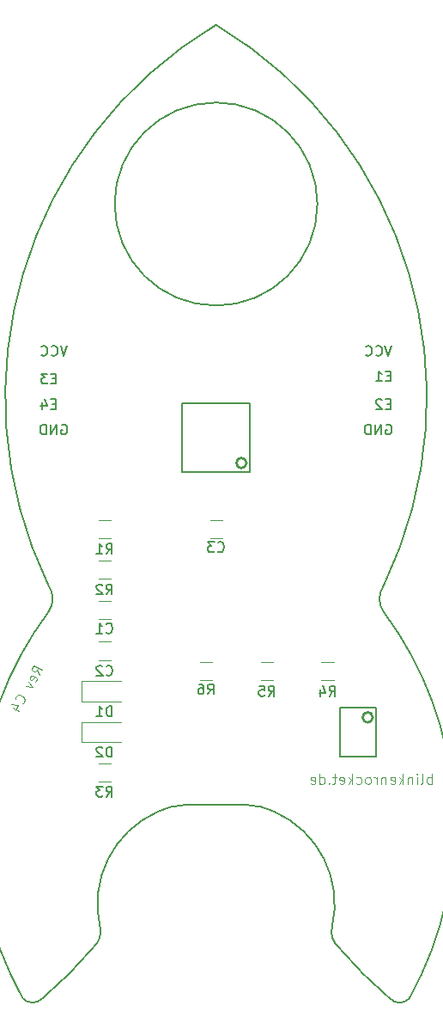
<source format=gbo>
%TF.GenerationSoftware,KiCad,Pcbnew,5.1.0*%
%TF.CreationDate,2019-05-24T21:58:45+02:00*%
%TF.ProjectId,c4-blinkenrocket,63342d62-6c69-46e6-9b65-6e726f636b65,rev?*%
%TF.SameCoordinates,PX5f5e100PY8f0d180*%
%TF.FileFunction,Legend,Bot*%
%TF.FilePolarity,Positive*%
%FSLAX46Y46*%
G04 Gerber Fmt 4.6, Leading zero omitted, Abs format (unit mm)*
G04 Created by KiCad (PCBNEW 5.1.0) date 2019-05-24 21:58:45*
%MOMM*%
%LPD*%
G04 APERTURE LIST*
%ADD10C,0.150000*%
%ADD11C,0.106680*%
%ADD12C,0.101600*%
%ADD13C,0.250000*%
%ADD14C,0.120000*%
G04 APERTURE END LIST*
D10*
X9761904Y57250000D02*
X9857142Y57297620D01*
X10000000Y57297620D01*
X10142857Y57250000D01*
X10238095Y57154762D01*
X10285714Y57059524D01*
X10333333Y56869048D01*
X10333333Y56726191D01*
X10285714Y56535715D01*
X10238095Y56440477D01*
X10142857Y56345239D01*
X10000000Y56297620D01*
X9904761Y56297620D01*
X9761904Y56345239D01*
X9714285Y56392858D01*
X9714285Y56726191D01*
X9904761Y56726191D01*
X9285714Y56297620D02*
X9285714Y57297620D01*
X8714285Y56297620D01*
X8714285Y57297620D01*
X8238095Y56297620D02*
X8238095Y57297620D01*
X8000000Y57297620D01*
X7857142Y57250000D01*
X7761904Y57154762D01*
X7714285Y57059524D01*
X7666666Y56869048D01*
X7666666Y56726191D01*
X7714285Y56535715D01*
X7761904Y56440477D01*
X7857142Y56345239D01*
X8000000Y56297620D01*
X8238095Y56297620D01*
X9190476Y59321429D02*
X8857142Y59321429D01*
X8714285Y58797620D02*
X9190476Y58797620D01*
X9190476Y59797620D01*
X8714285Y59797620D01*
X7857142Y59464286D02*
X7857142Y58797620D01*
X8095238Y59845239D02*
X8333333Y59130953D01*
X7714285Y59130953D01*
X9190476Y61821429D02*
X8857142Y61821429D01*
X8714285Y61297620D02*
X9190476Y61297620D01*
X9190476Y62297620D01*
X8714285Y62297620D01*
X8380952Y62297620D02*
X7761904Y62297620D01*
X8095238Y61916667D01*
X7952380Y61916667D01*
X7857142Y61869048D01*
X7809523Y61821429D01*
X7761904Y61726191D01*
X7761904Y61488096D01*
X7809523Y61392858D01*
X7857142Y61345239D01*
X7952380Y61297620D01*
X8238095Y61297620D01*
X8333333Y61345239D01*
X8380952Y61392858D01*
X10333333Y65047620D02*
X10000000Y64047620D01*
X9666666Y65047620D01*
X8761904Y64142858D02*
X8809523Y64095239D01*
X8952380Y64047620D01*
X9047619Y64047620D01*
X9190476Y64095239D01*
X9285714Y64190477D01*
X9333333Y64285715D01*
X9380952Y64476191D01*
X9380952Y64619048D01*
X9333333Y64809524D01*
X9285714Y64904762D01*
X9190476Y65000000D01*
X9047619Y65047620D01*
X8952380Y65047620D01*
X8809523Y65000000D01*
X8761904Y64952381D01*
X7761904Y64142858D02*
X7809523Y64095239D01*
X7952380Y64047620D01*
X8047619Y64047620D01*
X8190476Y64095239D01*
X8285714Y64190477D01*
X8333333Y64285715D01*
X8380952Y64476191D01*
X8380952Y64619048D01*
X8333333Y64809524D01*
X8285714Y64904762D01*
X8190476Y65000000D01*
X8047619Y65047620D01*
X7952380Y65047620D01*
X7809523Y65000000D01*
X7761904Y64952381D01*
X41761904Y57250000D02*
X41857142Y57297620D01*
X42000000Y57297620D01*
X42142857Y57250000D01*
X42238095Y57154762D01*
X42285714Y57059524D01*
X42333333Y56869048D01*
X42333333Y56726191D01*
X42285714Y56535715D01*
X42238095Y56440477D01*
X42142857Y56345239D01*
X42000000Y56297620D01*
X41904761Y56297620D01*
X41761904Y56345239D01*
X41714285Y56392858D01*
X41714285Y56726191D01*
X41904761Y56726191D01*
X41285714Y56297620D02*
X41285714Y57297620D01*
X40714285Y56297620D01*
X40714285Y57297620D01*
X40238095Y56297620D02*
X40238095Y57297620D01*
X40000000Y57297620D01*
X39857142Y57250000D01*
X39761904Y57154762D01*
X39714285Y57059524D01*
X39666666Y56869048D01*
X39666666Y56726191D01*
X39714285Y56535715D01*
X39761904Y56440477D01*
X39857142Y56345239D01*
X40000000Y56297620D01*
X40238095Y56297620D01*
X42333333Y65047620D02*
X42000000Y64047620D01*
X41666666Y65047620D01*
X40761904Y64142858D02*
X40809523Y64095239D01*
X40952380Y64047620D01*
X41047619Y64047620D01*
X41190476Y64095239D01*
X41285714Y64190477D01*
X41333333Y64285715D01*
X41380952Y64476191D01*
X41380952Y64619048D01*
X41333333Y64809524D01*
X41285714Y64904762D01*
X41190476Y65000000D01*
X41047619Y65047620D01*
X40952380Y65047620D01*
X40809523Y65000000D01*
X40761904Y64952381D01*
X39761904Y64142858D02*
X39809523Y64095239D01*
X39952380Y64047620D01*
X40047619Y64047620D01*
X40190476Y64095239D01*
X40285714Y64190477D01*
X40333333Y64285715D01*
X40380952Y64476191D01*
X40380952Y64619048D01*
X40333333Y64809524D01*
X40285714Y64904762D01*
X40190476Y65000000D01*
X40047619Y65047620D01*
X39952380Y65047620D01*
X39809523Y65000000D01*
X39761904Y64952381D01*
X42190476Y59321429D02*
X41857142Y59321429D01*
X41714285Y58797620D02*
X42190476Y58797620D01*
X42190476Y59797620D01*
X41714285Y59797620D01*
X41333333Y59702381D02*
X41285714Y59750000D01*
X41190476Y59797620D01*
X40952380Y59797620D01*
X40857142Y59750000D01*
X40809523Y59702381D01*
X40761904Y59607143D01*
X40761904Y59511905D01*
X40809523Y59369048D01*
X41380952Y58797620D01*
X40761904Y58797620D01*
X42190476Y62071429D02*
X41857142Y62071429D01*
X41714285Y61547620D02*
X42190476Y61547620D01*
X42190476Y62547620D01*
X41714285Y62547620D01*
X40761904Y61547620D02*
X41333333Y61547620D01*
X41047619Y61547620D02*
X41047619Y62547620D01*
X41142857Y62404762D01*
X41238095Y62309524D01*
X41333333Y62261905D01*
D11*
X46282958Y21891815D02*
X46282958Y22905275D01*
X46282958Y22519195D02*
X46186438Y22567455D01*
X45993398Y22567455D01*
X45896878Y22519195D01*
X45848618Y22470935D01*
X45800358Y22374415D01*
X45800358Y22084855D01*
X45848618Y21988335D01*
X45896878Y21940075D01*
X45993398Y21891815D01*
X46186438Y21891815D01*
X46282958Y21940075D01*
X45221238Y21891815D02*
X45317758Y21940075D01*
X45366018Y22036595D01*
X45366018Y22905275D01*
X44835158Y21891815D02*
X44835158Y22567455D01*
X44835158Y22905275D02*
X44883418Y22857015D01*
X44835158Y22808755D01*
X44786898Y22857015D01*
X44835158Y22905275D01*
X44835158Y22808755D01*
X44352558Y22567455D02*
X44352558Y21891815D01*
X44352558Y22470935D02*
X44304298Y22519195D01*
X44207778Y22567455D01*
X44062998Y22567455D01*
X43966478Y22519195D01*
X43918218Y22422675D01*
X43918218Y21891815D01*
X43435618Y21891815D02*
X43435618Y22905275D01*
X43339098Y22277895D02*
X43049538Y21891815D01*
X43049538Y22567455D02*
X43435618Y22181375D01*
X42229118Y21940075D02*
X42325638Y21891815D01*
X42518678Y21891815D01*
X42615198Y21940075D01*
X42663458Y22036595D01*
X42663458Y22422675D01*
X42615198Y22519195D01*
X42518678Y22567455D01*
X42325638Y22567455D01*
X42229118Y22519195D01*
X42180858Y22422675D01*
X42180858Y22326155D01*
X42663458Y22229635D01*
X41746518Y22567455D02*
X41746518Y21891815D01*
X41746518Y22470935D02*
X41698258Y22519195D01*
X41601738Y22567455D01*
X41456958Y22567455D01*
X41360438Y22519195D01*
X41312178Y22422675D01*
X41312178Y21891815D01*
X40829578Y21891815D02*
X40829578Y22567455D01*
X40829578Y22374415D02*
X40781318Y22470935D01*
X40733058Y22519195D01*
X40636538Y22567455D01*
X40540018Y22567455D01*
X40057418Y21891815D02*
X40153938Y21940075D01*
X40202198Y21988335D01*
X40250458Y22084855D01*
X40250458Y22374415D01*
X40202198Y22470935D01*
X40153938Y22519195D01*
X40057418Y22567455D01*
X39912638Y22567455D01*
X39816118Y22519195D01*
X39767858Y22470935D01*
X39719598Y22374415D01*
X39719598Y22084855D01*
X39767858Y21988335D01*
X39816118Y21940075D01*
X39912638Y21891815D01*
X40057418Y21891815D01*
X38850918Y21940075D02*
X38947438Y21891815D01*
X39140478Y21891815D01*
X39236998Y21940075D01*
X39285258Y21988335D01*
X39333518Y22084855D01*
X39333518Y22374415D01*
X39285258Y22470935D01*
X39236998Y22519195D01*
X39140478Y22567455D01*
X38947438Y22567455D01*
X38850918Y22519195D01*
X38416578Y21891815D02*
X38416578Y22905275D01*
X38320058Y22277895D02*
X38030498Y21891815D01*
X38030498Y22567455D02*
X38416578Y22181375D01*
X37210078Y21940075D02*
X37306598Y21891815D01*
X37499638Y21891815D01*
X37596158Y21940075D01*
X37644418Y22036595D01*
X37644418Y22422675D01*
X37596158Y22519195D01*
X37499638Y22567455D01*
X37306598Y22567455D01*
X37210078Y22519195D01*
X37161818Y22422675D01*
X37161818Y22326155D01*
X37644418Y22229635D01*
X36872258Y22567455D02*
X36486178Y22567455D01*
X36727478Y22905275D02*
X36727478Y22036595D01*
X36679218Y21940075D01*
X36582698Y21891815D01*
X36486178Y21891815D01*
X36148358Y21988335D02*
X36100098Y21940075D01*
X36148358Y21891815D01*
X36196618Y21940075D01*
X36148358Y21988335D01*
X36148358Y21891815D01*
X35231418Y21891815D02*
X35231418Y22905275D01*
X35231418Y21940075D02*
X35327938Y21891815D01*
X35520978Y21891815D01*
X35617498Y21940075D01*
X35665758Y21988335D01*
X35714018Y22084855D01*
X35714018Y22374415D01*
X35665758Y22470935D01*
X35617498Y22519195D01*
X35520978Y22567455D01*
X35327938Y22567455D01*
X35231418Y22519195D01*
X34362738Y21940075D02*
X34459258Y21891815D01*
X34652298Y21891815D01*
X34748818Y21940075D01*
X34797078Y22036595D01*
X34797078Y22422675D01*
X34748818Y22519195D01*
X34652298Y22567455D01*
X34459258Y22567455D01*
X34362738Y22519195D01*
X34314478Y22422675D01*
X34314478Y22326155D01*
X34797078Y22229635D01*
D12*
X7594350Y32620271D02*
X7357175Y33128709D01*
X7870121Y33097921D02*
X7034233Y33580521D01*
X6850386Y33262087D01*
X6844228Y33159498D01*
X6861051Y33096713D01*
X6917679Y33010947D01*
X7037091Y32942004D01*
X7139680Y32935846D01*
X7202466Y32952669D01*
X7288232Y33009297D01*
X7472079Y33327730D01*
X7163869Y31966581D02*
X7249635Y32023208D01*
X7341559Y32182425D01*
X7347717Y32285014D01*
X7291090Y32370780D01*
X6972656Y32554628D01*
X6870067Y32560785D01*
X6784301Y32504158D01*
X6692377Y32344941D01*
X6686219Y32242352D01*
X6742847Y32156586D01*
X6822455Y32110624D01*
X7131873Y32462704D01*
X6462567Y31946900D02*
X6904921Y31426145D01*
X6232758Y31548858D01*
X5883094Y29840136D02*
X5945879Y29856959D01*
X6054626Y29953391D01*
X6100588Y30032999D01*
X6129726Y30175393D01*
X6096080Y30300963D01*
X6039453Y30386729D01*
X5903217Y30518457D01*
X5783804Y30587400D01*
X5601607Y30639519D01*
X5499017Y30645677D01*
X5373447Y30612031D01*
X5264700Y30515599D01*
X5218738Y30435991D01*
X5189599Y30293597D01*
X5206423Y30230812D01*
X4991786Y29399432D02*
X5549045Y29077699D01*
X4788258Y29782301D02*
X5500225Y29636607D01*
X5201473Y29119153D01*
D10*
X8493601Y41400284D02*
G75*
G02X8493600Y38860285I-1813748J-1269999D01*
G01*
X8493601Y38860285D02*
G75*
G03X5953600Y760285I28064427J-21005629D01*
G01*
X13573600Y7745285D02*
G75*
G02X19288600Y19175285I9668372J2309564D01*
G01*
X21828600Y19810285D02*
X28178600Y19810285D01*
X28178600Y19810285D02*
G75*
G02X30718600Y19175285I-162149J-6046100D01*
G01*
X25003600Y96645284D02*
G75*
G02X41513600Y41400285I-21889669J-36631251D01*
G01*
X41513600Y41400285D02*
G75*
G03X41513600Y38860285I1813748J-1270000D01*
G01*
X41513600Y38860284D02*
G75*
G02X44053600Y760285I-28064427J-21005628D01*
G01*
X44053599Y760285D02*
G75*
G02X42148600Y760285I-952499J922906D01*
G01*
X42148600Y760285D02*
G75*
G02X37068600Y5840285I27666882J32746882D01*
G01*
X37068600Y5840284D02*
G75*
G02X36433600Y7745285I1332279J1502427D01*
G01*
X36433601Y7745286D02*
G75*
G03X30718600Y19175285I-9668372J2309563D01*
G01*
X21828600Y19810285D02*
G75*
G03X19288600Y19175285I162150J-6046100D01*
G01*
X25003601Y96645286D02*
G75*
G03X8493600Y41400285I21889669J-36631253D01*
G01*
X5953601Y760285D02*
G75*
G03X7858600Y760285I952499J922906D01*
G01*
X12938600Y5840285D02*
G75*
G03X13573600Y7745285I-1332278J1502426D01*
G01*
X7858600Y760285D02*
G75*
G03X12938600Y5840285I-27666882J32746882D01*
G01*
X28350000Y59350000D02*
X28350000Y52650000D01*
X21650000Y59350000D02*
X28350000Y59350000D01*
X21650000Y52650000D02*
X21650000Y59350000D01*
X28350000Y52650000D02*
X21650000Y52650000D01*
D13*
X28000000Y53500000D02*
G75*
G03X28000000Y53500000I-500000J0D01*
G01*
D10*
X37200000Y29450000D02*
X40800000Y29450000D01*
X37200000Y24550000D02*
X37200000Y29450000D01*
X40800000Y24550000D02*
X37200000Y24550000D01*
X40800000Y29450000D02*
X40800000Y24550000D01*
D13*
X40450000Y28450000D02*
G75*
G03X40450000Y28450000I-500000J0D01*
G01*
D10*
X35000000Y79000000D02*
G75*
G03X35000000Y79000000I-10000000J0D01*
G01*
D14*
X24397936Y47910000D02*
X25602064Y47910000D01*
X24397936Y46090000D02*
X25602064Y46090000D01*
X23397936Y33910000D02*
X24602064Y33910000D01*
X23397936Y32090000D02*
X24602064Y32090000D01*
X30602064Y32090000D02*
X29397936Y32090000D01*
X30602064Y33910000D02*
X29397936Y33910000D01*
X36602064Y32090000D02*
X35397936Y32090000D01*
X36602064Y33910000D02*
X35397936Y33910000D01*
X13397936Y23910000D02*
X14602064Y23910000D01*
X13397936Y22090000D02*
X14602064Y22090000D01*
X14602064Y42090000D02*
X13397936Y42090000D01*
X14602064Y43910000D02*
X13397936Y43910000D01*
X13397936Y47910000D02*
X14602064Y47910000D01*
X13397936Y46090000D02*
X14602064Y46090000D01*
X14602064Y34090000D02*
X13397936Y34090000D01*
X14602064Y35910000D02*
X13397936Y35910000D01*
X13397936Y39910000D02*
X14602064Y39910000D01*
X13397936Y38090000D02*
X14602064Y38090000D01*
X11750000Y26000000D02*
X15650000Y26000000D01*
X11750000Y28000000D02*
X15650000Y28000000D01*
X11750000Y26000000D02*
X11750000Y28000000D01*
X11750000Y30000000D02*
X15650000Y30000000D01*
X11750000Y32000000D02*
X15650000Y32000000D01*
X11750000Y30000000D02*
X11750000Y32000000D01*
D10*
X25166666Y44822858D02*
X25214285Y44775239D01*
X25357142Y44727620D01*
X25452380Y44727620D01*
X25595238Y44775239D01*
X25690476Y44870477D01*
X25738095Y44965715D01*
X25785714Y45156191D01*
X25785714Y45299048D01*
X25738095Y45489524D01*
X25690476Y45584762D01*
X25595238Y45680000D01*
X25452380Y45727620D01*
X25357142Y45727620D01*
X25214285Y45680000D01*
X25166666Y45632381D01*
X24833333Y45727620D02*
X24214285Y45727620D01*
X24547619Y45346667D01*
X24404761Y45346667D01*
X24309523Y45299048D01*
X24261904Y45251429D01*
X24214285Y45156191D01*
X24214285Y44918096D01*
X24261904Y44822858D01*
X24309523Y44775239D01*
X24404761Y44727620D01*
X24690476Y44727620D01*
X24785714Y44775239D01*
X24833333Y44822858D01*
X24166666Y30727620D02*
X24500000Y31203810D01*
X24738095Y30727620D02*
X24738095Y31727620D01*
X24357142Y31727620D01*
X24261904Y31680000D01*
X24214285Y31632381D01*
X24166666Y31537143D01*
X24166666Y31394286D01*
X24214285Y31299048D01*
X24261904Y31251429D01*
X24357142Y31203810D01*
X24738095Y31203810D01*
X23309523Y31727620D02*
X23500000Y31727620D01*
X23595238Y31680000D01*
X23642857Y31632381D01*
X23738095Y31489524D01*
X23785714Y31299048D01*
X23785714Y30918096D01*
X23738095Y30822858D01*
X23690476Y30775239D01*
X23595238Y30727620D01*
X23404761Y30727620D01*
X23309523Y30775239D01*
X23261904Y30822858D01*
X23214285Y30918096D01*
X23214285Y31156191D01*
X23261904Y31251429D01*
X23309523Y31299048D01*
X23404761Y31346667D01*
X23595238Y31346667D01*
X23690476Y31299048D01*
X23738095Y31251429D01*
X23785714Y31156191D01*
X30166666Y30547620D02*
X30500000Y31023810D01*
X30738095Y30547620D02*
X30738095Y31547620D01*
X30357142Y31547620D01*
X30261904Y31500000D01*
X30214285Y31452381D01*
X30166666Y31357143D01*
X30166666Y31214286D01*
X30214285Y31119048D01*
X30261904Y31071429D01*
X30357142Y31023810D01*
X30738095Y31023810D01*
X29261904Y31547620D02*
X29738095Y31547620D01*
X29785714Y31071429D01*
X29738095Y31119048D01*
X29642857Y31166667D01*
X29404761Y31166667D01*
X29309523Y31119048D01*
X29261904Y31071429D01*
X29214285Y30976191D01*
X29214285Y30738096D01*
X29261904Y30642858D01*
X29309523Y30595239D01*
X29404761Y30547620D01*
X29642857Y30547620D01*
X29738095Y30595239D01*
X29785714Y30642858D01*
X36166666Y30547620D02*
X36500000Y31023810D01*
X36738095Y30547620D02*
X36738095Y31547620D01*
X36357142Y31547620D01*
X36261904Y31500000D01*
X36214285Y31452381D01*
X36166666Y31357143D01*
X36166666Y31214286D01*
X36214285Y31119048D01*
X36261904Y31071429D01*
X36357142Y31023810D01*
X36738095Y31023810D01*
X35309523Y31214286D02*
X35309523Y30547620D01*
X35547619Y31595239D02*
X35785714Y30880953D01*
X35166666Y30880953D01*
X14166666Y20647620D02*
X14500000Y21123810D01*
X14738095Y20647620D02*
X14738095Y21647620D01*
X14357142Y21647620D01*
X14261904Y21600000D01*
X14214285Y21552381D01*
X14166666Y21457143D01*
X14166666Y21314286D01*
X14214285Y21219048D01*
X14261904Y21171429D01*
X14357142Y21123810D01*
X14738095Y21123810D01*
X13833333Y21647620D02*
X13214285Y21647620D01*
X13547619Y21266667D01*
X13404761Y21266667D01*
X13309523Y21219048D01*
X13261904Y21171429D01*
X13214285Y21076191D01*
X13214285Y20838096D01*
X13261904Y20742858D01*
X13309523Y20695239D01*
X13404761Y20647620D01*
X13690476Y20647620D01*
X13785714Y20695239D01*
X13833333Y20742858D01*
X14166666Y40547620D02*
X14500000Y41023810D01*
X14738095Y40547620D02*
X14738095Y41547620D01*
X14357142Y41547620D01*
X14261904Y41500000D01*
X14214285Y41452381D01*
X14166666Y41357143D01*
X14166666Y41214286D01*
X14214285Y41119048D01*
X14261904Y41071429D01*
X14357142Y41023810D01*
X14738095Y41023810D01*
X13785714Y41452381D02*
X13738095Y41500000D01*
X13642857Y41547620D01*
X13404761Y41547620D01*
X13309523Y41500000D01*
X13261904Y41452381D01*
X13214285Y41357143D01*
X13214285Y41261905D01*
X13261904Y41119048D01*
X13833333Y40547620D01*
X13214285Y40547620D01*
X14166666Y44547620D02*
X14500000Y45023810D01*
X14738095Y44547620D02*
X14738095Y45547620D01*
X14357142Y45547620D01*
X14261904Y45500000D01*
X14214285Y45452381D01*
X14166666Y45357143D01*
X14166666Y45214286D01*
X14214285Y45119048D01*
X14261904Y45071429D01*
X14357142Y45023810D01*
X14738095Y45023810D01*
X13214285Y44547620D02*
X13785714Y44547620D01*
X13500000Y44547620D02*
X13500000Y45547620D01*
X13595238Y45404762D01*
X13690476Y45309524D01*
X13785714Y45261905D01*
X14166666Y32642858D02*
X14214285Y32595239D01*
X14357142Y32547620D01*
X14452380Y32547620D01*
X14595238Y32595239D01*
X14690476Y32690477D01*
X14738095Y32785715D01*
X14785714Y32976191D01*
X14785714Y33119048D01*
X14738095Y33309524D01*
X14690476Y33404762D01*
X14595238Y33500000D01*
X14452380Y33547620D01*
X14357142Y33547620D01*
X14214285Y33500000D01*
X14166666Y33452381D01*
X13785714Y33452381D02*
X13738095Y33500000D01*
X13642857Y33547620D01*
X13404761Y33547620D01*
X13309523Y33500000D01*
X13261904Y33452381D01*
X13214285Y33357143D01*
X13214285Y33261905D01*
X13261904Y33119048D01*
X13833333Y32547620D01*
X13214285Y32547620D01*
X14166666Y36822858D02*
X14214285Y36775239D01*
X14357142Y36727620D01*
X14452380Y36727620D01*
X14595238Y36775239D01*
X14690476Y36870477D01*
X14738095Y36965715D01*
X14785714Y37156191D01*
X14785714Y37299048D01*
X14738095Y37489524D01*
X14690476Y37584762D01*
X14595238Y37680000D01*
X14452380Y37727620D01*
X14357142Y37727620D01*
X14214285Y37680000D01*
X14166666Y37632381D01*
X13214285Y36727620D02*
X13785714Y36727620D01*
X13500000Y36727620D02*
X13500000Y37727620D01*
X13595238Y37584762D01*
X13690476Y37489524D01*
X13785714Y37441905D01*
X14738095Y24547620D02*
X14738095Y25547620D01*
X14500000Y25547620D01*
X14357142Y25500000D01*
X14261904Y25404762D01*
X14214285Y25309524D01*
X14166666Y25119048D01*
X14166666Y24976191D01*
X14214285Y24785715D01*
X14261904Y24690477D01*
X14357142Y24595239D01*
X14500000Y24547620D01*
X14738095Y24547620D01*
X13785714Y25452381D02*
X13738095Y25500000D01*
X13642857Y25547620D01*
X13404761Y25547620D01*
X13309523Y25500000D01*
X13261904Y25452381D01*
X13214285Y25357143D01*
X13214285Y25261905D01*
X13261904Y25119048D01*
X13833333Y24547620D01*
X13214285Y24547620D01*
X14738095Y28547620D02*
X14738095Y29547620D01*
X14500000Y29547620D01*
X14357142Y29500000D01*
X14261904Y29404762D01*
X14214285Y29309524D01*
X14166666Y29119048D01*
X14166666Y28976191D01*
X14214285Y28785715D01*
X14261904Y28690477D01*
X14357142Y28595239D01*
X14500000Y28547620D01*
X14738095Y28547620D01*
X13214285Y28547620D02*
X13785714Y28547620D01*
X13500000Y28547620D02*
X13500000Y29547620D01*
X13595238Y29404762D01*
X13690476Y29309524D01*
X13785714Y29261905D01*
M02*

</source>
